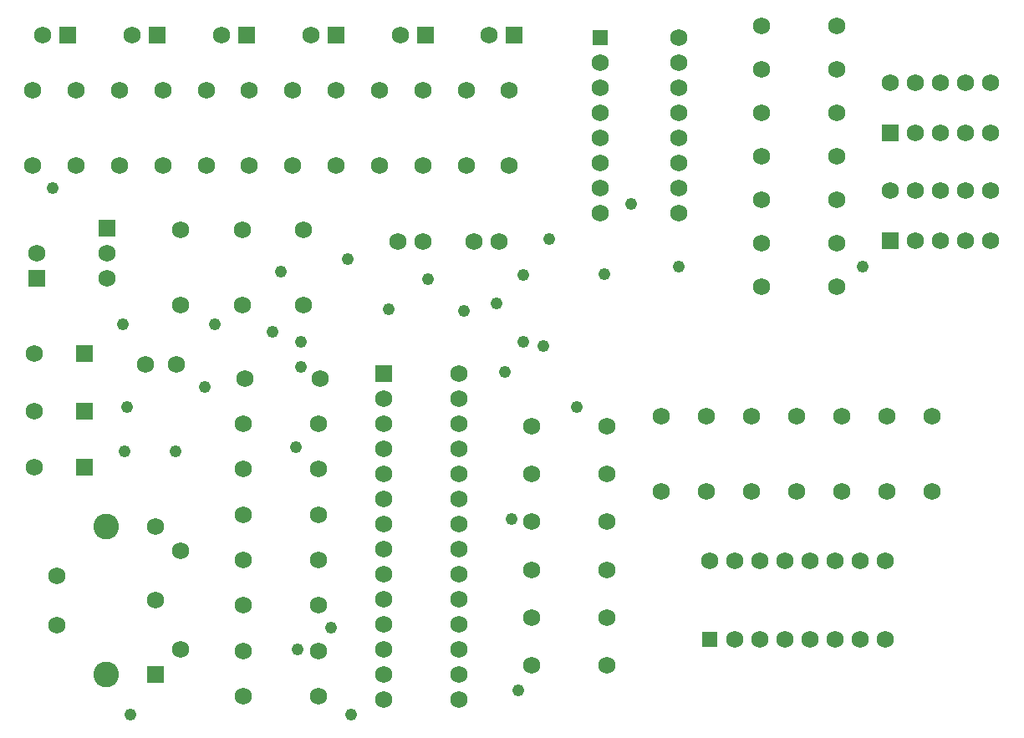
<source format=gbs>
G04*
G04 #@! TF.GenerationSoftware,Altium Limited,Altium Designer,22.1.2 (22)*
G04*
G04 Layer_Color=16711935*
%FSLAX25Y25*%
%MOIN*%
G70*
G04*
G04 #@! TF.SameCoordinates,8F418984-8156-4F93-B3CA-C30CAEC08A5D*
G04*
G04*
G04 #@! TF.FilePolarity,Negative*
G04*
G01*
G75*
%ADD15R,0.06800X0.06800*%
%ADD16C,0.06800*%
%ADD17C,0.10249*%
%ADD18R,0.06800X0.06800*%
%ADD19R,0.06300X0.06300*%
%ADD20R,0.06300X0.06300*%
%ADD21C,0.04800*%
D15*
X353000Y196000D02*
D03*
X60000Y22972D02*
D03*
X353000Y239000D02*
D03*
X40500Y201079D02*
D03*
X12500Y181000D02*
D03*
D16*
X363000Y196000D02*
D03*
X373000D02*
D03*
X383000D02*
D03*
X393000D02*
D03*
X353000Y216000D02*
D03*
X363000D02*
D03*
X373000D02*
D03*
X383000D02*
D03*
X393000D02*
D03*
X60000Y82028D02*
D03*
X69842Y32815D02*
D03*
Y72185D02*
D03*
X60000Y52500D02*
D03*
X20630Y42658D02*
D03*
Y62343D02*
D03*
X151000Y133000D02*
D03*
Y123000D02*
D03*
Y113000D02*
D03*
Y103000D02*
D03*
Y93000D02*
D03*
Y83000D02*
D03*
Y73000D02*
D03*
Y63000D02*
D03*
Y53000D02*
D03*
Y43000D02*
D03*
Y33000D02*
D03*
Y23000D02*
D03*
Y13000D02*
D03*
X181000Y143000D02*
D03*
Y133000D02*
D03*
Y123000D02*
D03*
Y113000D02*
D03*
Y103000D02*
D03*
Y93000D02*
D03*
Y83000D02*
D03*
Y73000D02*
D03*
Y63000D02*
D03*
Y53000D02*
D03*
Y43000D02*
D03*
Y33000D02*
D03*
Y23000D02*
D03*
Y13000D02*
D03*
X281000Y68130D02*
D03*
X291000D02*
D03*
X301000D02*
D03*
X311000D02*
D03*
X321000D02*
D03*
X331000D02*
D03*
X341000D02*
D03*
X351000D02*
D03*
Y36870D02*
D03*
X341000D02*
D03*
X331000D02*
D03*
X321000D02*
D03*
X311000D02*
D03*
X301000D02*
D03*
X291000D02*
D03*
X237240Y267000D02*
D03*
Y257000D02*
D03*
Y247000D02*
D03*
Y237000D02*
D03*
Y227000D02*
D03*
Y217000D02*
D03*
Y207000D02*
D03*
X268500D02*
D03*
Y217000D02*
D03*
Y227000D02*
D03*
Y237000D02*
D03*
Y247000D02*
D03*
Y257000D02*
D03*
Y267000D02*
D03*
Y277000D02*
D03*
X393000Y259000D02*
D03*
X383000D02*
D03*
X373000D02*
D03*
X363000D02*
D03*
X353000D02*
D03*
X393000Y239000D02*
D03*
X383000D02*
D03*
X373000D02*
D03*
X363000D02*
D03*
X331500Y246889D02*
D03*
X301500D02*
D03*
X331500Y229583D02*
D03*
X301500D02*
D03*
X331500Y212278D02*
D03*
X301500D02*
D03*
X331500Y194972D02*
D03*
X301500D02*
D03*
X331500Y177667D02*
D03*
X301500D02*
D03*
X331500Y281500D02*
D03*
X301500D02*
D03*
X331500Y264194D02*
D03*
X301500D02*
D03*
X297500Y126000D02*
D03*
Y96000D02*
D03*
X315500Y126000D02*
D03*
Y96000D02*
D03*
X333500Y126000D02*
D03*
Y96000D02*
D03*
X351500Y126000D02*
D03*
Y96000D02*
D03*
X369500Y126000D02*
D03*
Y96000D02*
D03*
X261500Y126000D02*
D03*
Y96000D02*
D03*
X279500Y126000D02*
D03*
Y96000D02*
D03*
X15000Y278000D02*
D03*
X50600D02*
D03*
X86200D02*
D03*
X121800D02*
D03*
X157400D02*
D03*
X193000D02*
D03*
X95000Y14214D02*
D03*
X125000D02*
D03*
X197000Y195500D02*
D03*
X187000D02*
D03*
X166500D02*
D03*
X156500D02*
D03*
X240000Y45600D02*
D03*
X210000D02*
D03*
X240000Y64700D02*
D03*
X210000D02*
D03*
X240000Y83800D02*
D03*
X210000D02*
D03*
X95000Y32326D02*
D03*
X125000D02*
D03*
X95000Y50439D02*
D03*
X125000D02*
D03*
X95000Y68551D02*
D03*
X125000D02*
D03*
X240000Y26500D02*
D03*
X210000D02*
D03*
X11500Y151000D02*
D03*
Y105500D02*
D03*
Y128000D02*
D03*
X40500Y181000D02*
D03*
Y191039D02*
D03*
X183727Y256000D02*
D03*
Y226000D02*
D03*
X149182Y256000D02*
D03*
Y226000D02*
D03*
X114636Y256000D02*
D03*
Y226000D02*
D03*
X80091Y256000D02*
D03*
Y226000D02*
D03*
X45545Y256000D02*
D03*
Y226000D02*
D03*
X11000Y256000D02*
D03*
Y226000D02*
D03*
X240000Y122000D02*
D03*
X210000D02*
D03*
X28273Y256000D02*
D03*
Y226000D02*
D03*
X62818Y256000D02*
D03*
Y226000D02*
D03*
X97364Y256000D02*
D03*
Y226000D02*
D03*
X131909Y256000D02*
D03*
Y226000D02*
D03*
X119000Y200356D02*
D03*
Y170356D02*
D03*
X166455Y256000D02*
D03*
Y226000D02*
D03*
X201000Y256000D02*
D03*
Y226000D02*
D03*
X125000Y122888D02*
D03*
X95000D02*
D03*
X125000Y104776D02*
D03*
X95000D02*
D03*
X210000Y102900D02*
D03*
X240000D02*
D03*
X125000Y86663D02*
D03*
X95000D02*
D03*
X12500Y191000D02*
D03*
X55898Y146500D02*
D03*
X68102D02*
D03*
X94500Y170356D02*
D03*
Y200356D02*
D03*
X70000D02*
D03*
Y170356D02*
D03*
X95500Y141000D02*
D03*
X125500D02*
D03*
D17*
X40315Y82028D02*
D03*
Y22972D02*
D03*
D18*
X151000Y143000D02*
D03*
X60600Y278000D02*
D03*
X96200D02*
D03*
X131800D02*
D03*
X167400D02*
D03*
X203000D02*
D03*
X25000D02*
D03*
X31500Y151000D02*
D03*
Y105500D02*
D03*
Y128000D02*
D03*
D19*
X281000Y36870D02*
D03*
D20*
X237240Y277000D02*
D03*
D21*
X341745Y185505D02*
D03*
X249557Y210679D02*
D03*
X268500Y185500D02*
D03*
X239000Y182500D02*
D03*
X228000Y129500D02*
D03*
X216720Y196749D02*
D03*
X214500Y154000D02*
D03*
X138000Y7000D02*
D03*
X115891Y113744D02*
D03*
X199250Y143750D02*
D03*
X206500Y155500D02*
D03*
X206672Y182172D02*
D03*
X50000Y7000D02*
D03*
X19000Y217000D02*
D03*
X196000Y171000D02*
D03*
X118000Y145500D02*
D03*
X116500Y33000D02*
D03*
X202000Y85000D02*
D03*
X183000Y168000D02*
D03*
X153000Y168500D02*
D03*
X110000Y183500D02*
D03*
X83500Y162500D02*
D03*
X47000D02*
D03*
X168500Y180500D02*
D03*
X136500Y188500D02*
D03*
X106500Y159500D02*
D03*
X79500Y137500D02*
D03*
X48500Y129500D02*
D03*
X47500Y112000D02*
D03*
X68000D02*
D03*
X130000Y41500D02*
D03*
X118000Y155500D02*
D03*
X204500Y16500D02*
D03*
M02*

</source>
